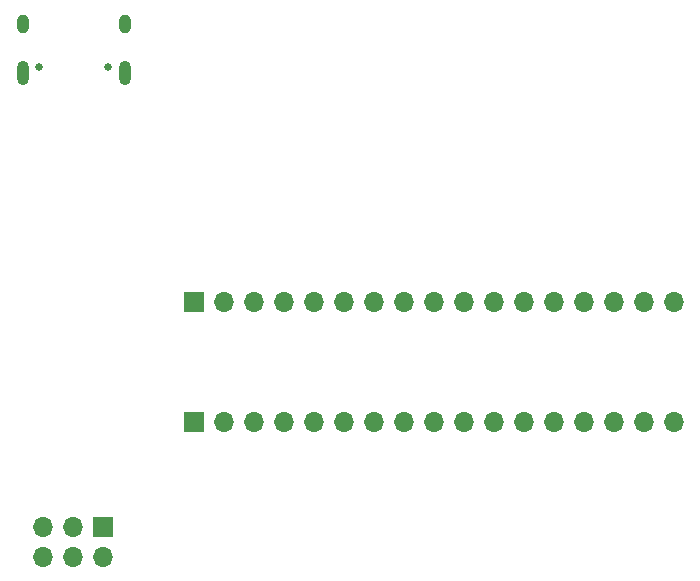
<source format=gbs>
%TF.GenerationSoftware,KiCad,Pcbnew,(6.0.9-0)*%
%TF.CreationDate,2022-12-21T10:02:25+01:00*%
%TF.ProjectId,BluerPill,426c7565-7250-4696-9c6c-2e6b69636164,rev?*%
%TF.SameCoordinates,Original*%
%TF.FileFunction,Soldermask,Bot*%
%TF.FilePolarity,Negative*%
%FSLAX46Y46*%
G04 Gerber Fmt 4.6, Leading zero omitted, Abs format (unit mm)*
G04 Created by KiCad (PCBNEW (6.0.9-0)) date 2022-12-21 10:02:25*
%MOMM*%
%LPD*%
G01*
G04 APERTURE LIST*
%ADD10C,0.650000*%
%ADD11O,1.000000X1.600000*%
%ADD12O,1.000000X2.100000*%
%ADD13R,1.700000X1.700000*%
%ADD14O,1.700000X1.700000*%
G04 APERTURE END LIST*
D10*
%TO.C,J3*%
X82835000Y-101977500D03*
X88615000Y-101977500D03*
D11*
X90045000Y-98327500D03*
D12*
X90045000Y-102507500D03*
X81405000Y-102507500D03*
D11*
X81405000Y-98327500D03*
%TD*%
D13*
%TO.C,J4*%
X88250000Y-140965000D03*
D14*
X88250000Y-143505000D03*
X85710000Y-140965000D03*
X85710000Y-143505000D03*
X83170000Y-140965000D03*
X83170000Y-143505000D03*
%TD*%
D13*
%TO.C,J1*%
X95885000Y-121920000D03*
D14*
X98425000Y-121920000D03*
X100965000Y-121920000D03*
X103505000Y-121920000D03*
X106045000Y-121920000D03*
X108585000Y-121920000D03*
X111125000Y-121920000D03*
X113665000Y-121920000D03*
X116205000Y-121920000D03*
X118745000Y-121920000D03*
X121285000Y-121920000D03*
X123825000Y-121920000D03*
X126365000Y-121920000D03*
X128905000Y-121920000D03*
X131445000Y-121920000D03*
X133985000Y-121920000D03*
X136525000Y-121920000D03*
%TD*%
D13*
%TO.C,J2*%
X95885000Y-132080000D03*
D14*
X98425000Y-132080000D03*
X100965000Y-132080000D03*
X103505000Y-132080000D03*
X106045000Y-132080000D03*
X108585000Y-132080000D03*
X111125000Y-132080000D03*
X113665000Y-132080000D03*
X116205000Y-132080000D03*
X118745000Y-132080000D03*
X121285000Y-132080000D03*
X123825000Y-132080000D03*
X126365000Y-132080000D03*
X128905000Y-132080000D03*
X131445000Y-132080000D03*
X133985000Y-132080000D03*
X136525000Y-132080000D03*
%TD*%
M02*

</source>
